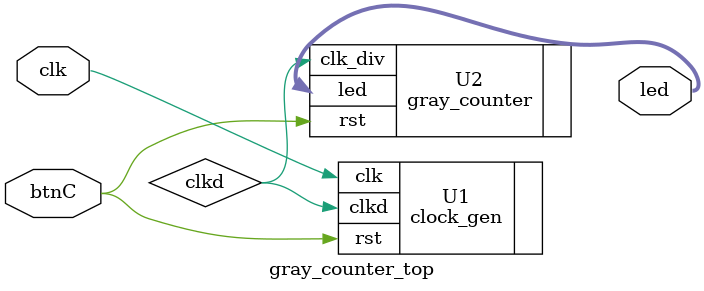
<source format=v>
`timescale 1ns / 1ps


module gray_counter_top (
    input clk,
    input btnC,
    output [2:0] led
    );
    
    wire clkd;
    
    clock_gen U1 (
        .clk(clk),
        .rst(btnC),
        .clkd(clkd)
        );
        
    gray_counter U2 (
        .clk_div(clkd),
        .rst(btnC),
        .led(led)
        );
        
        
endmodule

</source>
